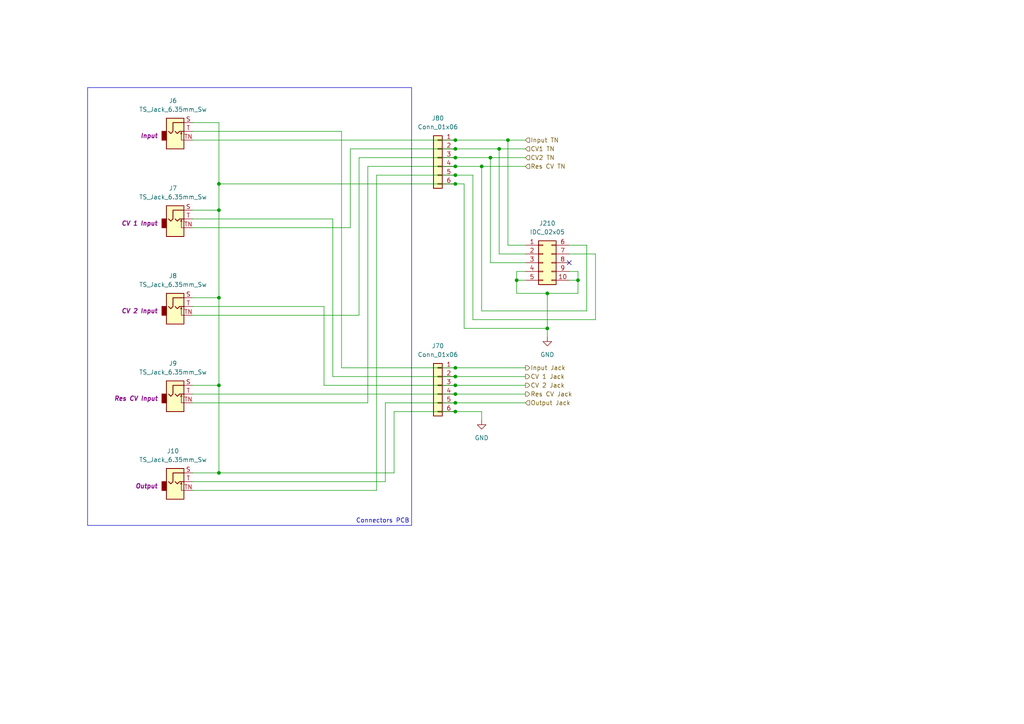
<source format=kicad_sch>
(kicad_sch (version 20231120) (generator "eeschema") (generator_version "8.0")
  (paper "A4")
  (title_block (company "DMH Instruments") (comment 1 "PCB for 10cm Kosmo format synthesizer module"))
  (lib_symbols
    (symbol "Connector_Generic:Conn_01x06" (pin_names (offset 1.016) hide)
      (property "Reference" "J" (at 0 7.62 0))
      (property "Value" "Conn_01x06" (at 0 -10.16 0))
      (symbol "Conn_01x06_1_1"
        (rectangle (start -1.27 -7.493) (end 0 -7.747) (stroke (width 0.1524)))
        (rectangle (start -1.27 -4.953) (end 0 -5.207) (stroke (width 0.1524)))
        (rectangle (start -1.27 -2.413) (end 0 -2.667) (stroke (width 0.1524)))
        (rectangle (start -1.27 0.127) (end 0 -0.127) (stroke (width 0.1524)))
        (rectangle (start -1.27 2.667) (end 0 2.413) (stroke (width 0.1524)))
        (rectangle (start -1.27 5.207) (end 0 4.953) (stroke (width 0.1524)))
        (rectangle (start -1.27 6.35) (end 1.27 -8.89) (stroke (width 0.254)) (fill (type background)))
        (pin passive line (at -5.08 5.08 0) (length 3.81) (name "Pin_1") (number "1"))
        (pin passive line (at -5.08 2.54 0) (length 3.81) (name "Pin_2") (number "2"))
        (pin passive line (at -5.08 0 0) (length 3.81) (name "Pin_3") (number "3"))
        (pin passive line (at -5.08 -2.54 0) (length 3.81) (name "Pin_4") (number "4"))
        (pin passive line (at -5.08 -5.08 0) (length 3.81) (name "Pin_5") (number "5"))
        (pin passive line (at -5.08 -7.62 0) (length 3.81) (name "Pin_6") (number "6"))
      )
    )
    (symbol "SynthStuff:BackBone_Connector_10Pin" (pin_names (offset 1.016) hide)
      (property "Reference" "J" (at 0 -10.922 0))
      (property "Value" "IDC_02x05" (at 0 -8.382 0))
      (symbol "BackBone_Connector_10Pin_1_1"
        (rectangle (start -2.54 -4.953) (end -1.27 -5.207) (stroke (width 0.1524)))
        (rectangle (start -2.54 -2.413) (end -1.27 -2.667) (stroke (width 0.1524)))
        (rectangle (start -2.54 0.127) (end -1.27 -0.127) (stroke (width 0.1524)))
        (rectangle (start -2.54 2.667) (end -1.27 2.413) (stroke (width 0.1524)))
        (rectangle (start -2.54 5.207) (end -1.27 4.953) (stroke (width 0.1524)))
        (rectangle (start -2.54 6.35) (end 2.54 -6.35) (stroke (width 0.254)) (fill (type background)))
        (rectangle (start 2.54 -4.953) (end 1.27 -5.207) (stroke (width 0.1524)))
        (rectangle (start 2.54 -2.413) (end 1.27 -2.667) (stroke (width 0.1524)))
        (rectangle (start 2.54 0.127) (end 1.27 -0.127) (stroke (width 0.1524)))
        (rectangle (start 2.54 2.667) (end 1.27 2.413) (stroke (width 0.1524)))
        (rectangle (start 2.54 5.207) (end 1.27 4.953) (stroke (width 0.1524)))
        (pin passive line (at -6.35 5.08 0) (length 3.81) (name "Pin_1") (number "1"))
        (pin passive line (at 6.35 -5.08 180) (length 3.81) (name "Pin_10") (number "10"))
        (pin passive line (at -6.35 2.54 0) (length 3.81) (name "Pin_2") (number "2"))
        (pin passive line (at -6.35 0 0) (length 3.81) (name "Pin_3") (number "3"))
        (pin passive line (at -6.35 -2.54 0) (length 3.81) (name "Pin_4") (number "4"))
        (pin passive line (at -6.35 -5.08 0) (length 3.81) (name "Pin_5") (number "5"))
        (pin passive line (at 6.35 5.08 180) (length 3.81) (name "Pin_6") (number "6"))
        (pin passive line (at 6.35 2.54 180) (length 3.81) (name "Pin_7") (number "7"))
        (pin passive line (at 6.35 0 180) (length 3.81) (name "Pin_8") (number "8"))
        (pin passive line (at 6.35 -2.54 180) (length 3.81) (name "Pin_9") (number "9"))
      )
    )
    (symbol "SynthStuff:TS_Jack_6.35mm_Sw"
      (property "Reference" "J" (at -0.635 8.89 0))
      (property "Value" "TS_Jack_6.35mm_Sw" (at -0.635 6.35 0))
      (symbol "TS_Jack_6.35mm_Sw_0_1"
        (rectangle (start -2.54 0) (end -3.81 -2.54) (stroke (width 0.254)) (fill (type outline)))
        (polyline (pts (xy 1.778 -0.254) (xy 2.032 -0.762)))
        (polyline (pts (xy 0 0) (xy 0.635 -0.635) (xy 1.27 0) (xy 2.54 0)) (stroke (width 0.254)))
        (polyline (pts (xy 2.54 -2.54) (xy 1.778 -2.54) (xy 1.778 -0.254) (xy 1.524 -0.762)))
        (polyline (pts (xy 2.54 2.54) (xy -0.635 2.54) (xy -0.635 0) (xy -1.27 -0.635) (xy -1.905 0)) (stroke (width 0.254)))
        (rectangle (start 2.54 3.81) (end -2.54 -5.08) (stroke (width 0.254)) (fill (type background)))
      )
      (symbol "TS_Jack_6.35mm_Sw_1_1"
        (pin passive line (at 5.08 2.54 180) (length 2.54) (name "~") (number "S"))
        (pin passive line (at 5.08 0 180) (length 2.54) (name "~") (number "T"))
        (pin passive line (at 5.08 -2.54 180) (length 2.54) (name "~") (number "TN"))
      )
    )
    (symbol "power:GND" (power) (pin_numbers hide) (pin_names (offset 0) hide)
      (property "Value" "GND" (at 0 -3.81 0))
      (symbol "GND_0_1"
        (polyline (pts (xy 0 0) (xy 0 -1.27) (xy 1.27 -1.27) (xy 0 -2.54) (xy -1.27 -1.27) (xy 0 -1.27)))
      )
      (symbol "GND_1_1"
        (pin power_in line (at 0 0 270) (length 0) (name "~") (number "1"))
      )
    )
  )
  (junction (at 132.08 43.18))
  (junction (at 132.08 48.26))
  (junction (at 142.24 45.72))
  (junction (at 144.78 43.18))
  (junction (at 132.08 106.68))
  (junction (at 132.08 114.3))
  (junction (at 132.08 119.38))
  (junction (at 63.5 86.36))
  (junction (at 63.5 53.34))
  (junction (at 132.08 53.34))
  (junction (at 149.86 81.28))
  (junction (at 158.75 95.25))
  (junction (at 132.08 111.76))
  (junction (at 147.32 40.64))
  (junction (at 132.08 50.8))
  (junction (at 132.08 40.64))
  (junction (at 63.5 111.76))
  (junction (at 132.08 45.72))
  (junction (at 158.75 85.09))
  (junction (at 132.08 116.84))
  (junction (at 132.08 109.22))
  (junction (at 139.7 48.26))
  (junction (at 167.64 81.28))
  (junction (at 63.5 60.96))
  (junction (at 63.5 137.16))
  (no_connect (at 165.1 76.2))
  (wire (pts (xy 142.24 45.72) (xy 132.08 45.72)))
  (wire (pts (xy 63.5 137.16) (xy 114.3 137.16)))
  (wire (pts (xy 132.08 53.34) (xy 134.62 53.34)))
  (wire (pts (xy 170.18 90.17) (xy 170.18 71.12)))
  (wire (pts (xy 63.5 60.96) (xy 63.5 86.36)))
  (wire (pts (xy 63.5 111.76) (xy 63.5 137.16)))
  (wire (pts (xy 55.88 137.16) (xy 63.5 137.16)))
  (wire (pts (xy 101.6 43.18) (xy 101.6 66.04)))
  (wire (pts (xy 99.06 38.1) (xy 99.06 106.68)))
  (wire (pts (xy 172.72 73.66) (xy 172.72 92.71)))
  (wire (pts (xy 149.86 85.09) (xy 158.75 85.09)))
  (wire (pts (xy 172.72 92.71) (xy 137.16 92.71)))
  (wire (pts (xy 55.88 88.9) (xy 93.98 88.9)))
  (wire (pts (xy 99.06 106.68) (xy 132.08 106.68)))
  (wire (pts (xy 93.98 111.76) (xy 132.08 111.76)))
  (wire (pts (xy 55.88 111.76) (xy 63.5 111.76)))
  (wire (pts (xy 101.6 43.18) (xy 132.08 43.18)))
  (wire (pts (xy 114.3 137.16) (xy 114.3 119.38)))
  (wire (pts (xy 55.88 91.44) (xy 104.14 91.44)))
  (wire (pts (xy 142.24 76.2) (xy 152.4 76.2)))
  (wire (pts (xy 158.75 85.09) (xy 167.64 85.09)))
  (wire (pts (xy 147.32 71.12) (xy 152.4 71.12)))
  (wire (pts (xy 55.88 86.36) (xy 63.5 86.36)))
  (wire (pts (xy 109.22 142.24) (xy 109.22 50.8)))
  (wire (pts (xy 167.64 78.74) (xy 165.1 78.74)))
  (wire (pts (xy 139.7 119.38) (xy 139.7 121.92)))
  (wire (pts (xy 63.5 86.36) (xy 63.5 111.76)))
  (wire (pts (xy 132.08 114.3) (xy 152.4 114.3)))
  (wire (pts (xy 139.7 90.17) (xy 170.18 90.17)))
  (wire (pts (xy 132.08 116.84) (xy 152.4 116.84)))
  (wire (pts (xy 139.7 90.17) (xy 139.7 48.26)))
  (wire (pts (xy 170.18 71.12) (xy 165.1 71.12)))
  (wire (pts (xy 132.08 111.76) (xy 152.4 111.76)))
  (wire (pts (xy 104.14 45.72) (xy 132.08 45.72)))
  (wire (pts (xy 167.64 81.28) (xy 167.64 78.74)))
  (wire (pts (xy 106.68 116.84) (xy 106.68 48.26)))
  (wire (pts (xy 96.52 109.22) (xy 132.08 109.22)))
  (wire (pts (xy 142.24 45.72) (xy 152.4 45.72)))
  (wire (pts (xy 139.7 48.26) (xy 152.4 48.26)))
  (wire (pts (xy 55.88 40.64) (xy 132.08 40.64)))
  (wire (pts (xy 132.08 119.38) (xy 139.7 119.38)))
  (wire (pts (xy 144.78 43.18) (xy 132.08 43.18)))
  (wire (pts (xy 165.1 81.28) (xy 167.64 81.28)))
  (wire (pts (xy 55.88 114.3) (xy 132.08 114.3)))
  (wire (pts (xy 134.62 95.25) (xy 158.75 95.25)))
  (wire (pts (xy 96.52 63.5) (xy 96.52 109.22)))
  (wire (pts (xy 144.78 73.66) (xy 152.4 73.66)))
  (wire (pts (xy 167.64 85.09) (xy 167.64 81.28)))
  (wire (pts (xy 111.76 139.7) (xy 111.76 116.84)))
  (wire (pts (xy 147.32 40.64) (xy 132.08 40.64)))
  (wire (pts (xy 147.32 40.64) (xy 152.4 40.64)))
  (wire (pts (xy 142.24 76.2) (xy 142.24 45.72)))
  (wire (pts (xy 111.76 116.84) (xy 132.08 116.84)))
  (wire (pts (xy 55.88 139.7) (xy 111.76 139.7)))
  (wire (pts (xy 63.5 53.34) (xy 132.08 53.34)))
  (wire (pts (xy 158.75 85.09) (xy 158.75 95.25)))
  (wire (pts (xy 149.86 85.09) (xy 149.86 81.28)))
  (wire (pts (xy 63.5 35.56) (xy 63.5 53.34)))
  (wire (pts (xy 132.08 106.68) (xy 152.4 106.68)))
  (wire (pts (xy 55.88 60.96) (xy 63.5 60.96)))
  (wire (pts (xy 137.16 92.71) (xy 137.16 50.8)))
  (wire (pts (xy 137.16 50.8) (xy 132.08 50.8)))
  (wire (pts (xy 152.4 78.74) (xy 149.86 78.74)))
  (wire (pts (xy 149.86 78.74) (xy 149.86 81.28)))
  (wire (pts (xy 158.75 95.25) (xy 158.75 97.79)))
  (wire (pts (xy 144.78 43.18) (xy 152.4 43.18)))
  (wire (pts (xy 165.1 73.66) (xy 172.72 73.66)))
  (wire (pts (xy 55.88 116.84) (xy 106.68 116.84)))
  (wire (pts (xy 55.88 38.1) (xy 99.06 38.1)))
  (wire (pts (xy 114.3 119.38) (xy 132.08 119.38)))
  (wire (pts (xy 106.68 48.26) (xy 132.08 48.26)))
  (wire (pts (xy 104.14 91.44) (xy 104.14 45.72)))
  (wire (pts (xy 109.22 50.8) (xy 132.08 50.8)))
  (wire (pts (xy 149.86 81.28) (xy 152.4 81.28)))
  (wire (pts (xy 93.98 88.9) (xy 93.98 111.76)))
  (wire (pts (xy 55.88 63.5) (xy 96.52 63.5)))
  (wire (pts (xy 134.62 53.34) (xy 134.62 95.25)))
  (wire (pts (xy 55.88 142.24) (xy 109.22 142.24)))
  (wire (pts (xy 132.08 109.22) (xy 152.4 109.22)))
  (wire (pts (xy 147.32 71.12) (xy 147.32 40.64)))
  (wire (pts (xy 63.5 53.34) (xy 63.5 60.96)))
  (wire (pts (xy 132.08 48.26) (xy 139.7 48.26)))
  (wire (pts (xy 55.88 66.04) (xy 101.6 66.04)))
  (wire (pts (xy 144.78 73.66) (xy 144.78 43.18)))
  (wire (pts (xy 55.88 35.56) (xy 63.5 35.56)))
  (rectangle (start 25.4 25.4) (end 119.38 152.4))
  (text "Connectors PCB" (at 110.998 151.13 0) (effects (font (size 1.27 1.27))))
  (hierarchical_label "Input TN" (shape input) (at 152.4 40.64 0))
  (hierarchical_label "CV1 TN" (shape input) (at 152.4 43.18 0))
  (hierarchical_label "CV2 TN" (shape input) (at 152.4 45.72 0))
  (hierarchical_label "CV 2 Jack" (shape output) (at 152.4 111.76 0))
  (hierarchical_label "CV 1 Jack" (shape output) (at 152.4 109.22 0))
  (hierarchical_label "Output Jack" (shape input) (at 152.4 116.84 0))
  (hierarchical_label "Res CV Jack" (shape output) (at 152.4 114.3 0))
  (hierarchical_label "Res CV TN" (shape input) (at 152.4 48.26 0))
  (hierarchical_label "Input Jack" (shape output) (at 152.4 106.68 0))
  (symbol (lib_id "power:GND") (at 158.75 97.79 0) (unit 1)
    (property "Reference" "#PWR07" (effects (hide yes)))
    (property "Value" "GND" (at 158.75 102.87 0))
    (property "Description" "Power symbol creates a global label with name \"GND\" , ground" (effects (hide yes)))
  )
  (symbol (lib_id "SynthStuff:TS_Jack_6.35mm_Sw") (at 50.8 88.9 0) (unit 1) (on_board no)
    (property "Reference" "J8" (at 50.165 80.01 0))
    (property "Value" "TS_Jack_6.35mm_Sw" (at 50.165 82.55 0))
    (property "Footprint" "SynthStuff:CUI_MJ-63052A" (effects (hide yes)))
    (property "Description" "Audio Jack, 2 Poles (Mono / TS), Switched T Pole (Normalling), 6.35mm, 1/4inch" (effects (hide yes)))
    (property "Function" "CV 2 Input" (at 40.386 90.17 0) (effects (font (thickness 0.254) (bold yes) (italic yes))))
  )
  (symbol (lib_id "Connector_Generic:Conn_01x06") (at 127 111.76 0) (mirror y) (unit 1)
    (property "Reference" "J70" (at 127 100.33 0))
    (property "Value" "Conn_01x06" (at 127 102.87 0))
    (property "Footprint" "Connector_PinSocket_2.54mm:PinSocket_1x06_P2.54mm_Vertical" (effects (hide yes)))
    (property "Description" "Generic connector, single row, 01x06, script generated (kicad-library-utils/schlib/autogen/connector/)" (effects (hide yes)))
  )
  (symbol (lib_id "SynthStuff:TS_Jack_6.35mm_Sw") (at 50.8 139.7 0) (unit 1) (on_board no)
    (property "Reference" "J10" (at 50.165 130.81 0))
    (property "Value" "TS_Jack_6.35mm_Sw" (at 50.165 133.35 0))
    (property "Footprint" "SynthStuff:CUI_MJ-63052A" (effects (hide yes)))
    (property "Description" "Audio Jack, 2 Poles (Mono / TS), Switched T Pole (Normalling), 6.35mm, 1/4inch" (effects (hide yes)))
    (property "Function" "Output" (at 42.418 140.97 0) (effects (font (thickness 0.254) (bold yes) (italic yes))))
  )
  (symbol (lib_id "SynthStuff:TS_Jack_6.35mm_Sw") (at 50.8 63.5 0) (unit 1) (on_board no)
    (property "Reference" "J7" (at 50.165 54.61 0))
    (property "Value" "TS_Jack_6.35mm_Sw" (at 50.165 57.15 0))
    (property "Footprint" "SynthStuff:CUI_MJ-63052A" (effects (hide yes)))
    (property "Description" "Audio Jack, 2 Poles (Mono / TS), Switched T Pole (Normalling), 6.35mm, 1/4inch" (effects (hide yes)))
    (property "Function" "CV 1 Input" (at 40.386 64.77 0) (effects (font (thickness 0.254) (bold yes) (italic yes))))
  )
  (symbol (lib_id "SynthStuff:TS_Jack_6.35mm_Sw") (at 50.8 38.1 0) (unit 1) (on_board no)
    (property "Reference" "J6" (at 50.165 29.21 0))
    (property "Value" "TS_Jack_6.35mm_Sw" (at 50.165 31.75 0))
    (property "Footprint" "SynthStuff:CUI_MJ-63052A" (effects (hide yes)))
    (property "Description" "Audio Jack, 2 Poles (Mono / TS), Switched T Pole (Normalling), 6.35mm, 1/4inch" (effects (hide yes)))
    (property "Function" "Input" (at 43.18 39.37 0) (effects (font (thickness 0.254) (bold yes) (italic yes))))
  )
  (symbol (lib_id "Connector_Generic:Conn_01x06") (at 127 45.72 0) (mirror y) (unit 1)
    (property "Reference" "J80" (at 127 34.29 0))
    (property "Value" "Conn_01x06" (at 127 36.83 0))
    (property "Footprint" "Connector_PinSocket_2.54mm:PinSocket_1x06_P2.54mm_Vertical" (effects (hide yes)))
    (property "Description" "Generic connector, single row, 01x06, script generated (kicad-library-utils/schlib/autogen/connector/)" (effects (hide yes)))
  )
  (symbol (lib_id "power:GND") (at 139.7 121.92 0) (unit 1)
    (property "Reference" "#PWR03" (effects (hide yes)))
    (property "Value" "GND" (at 139.7 127 0))
    (property "Description" "Power symbol creates a global label with name \"GND\" , ground" (effects (hide yes)))
  )
  (symbol (lib_id "SynthStuff:BackBone_Connector_10Pin") (at 158.75 76.2 0) (unit 1)
    (property "Reference" "J210" (at 158.75 64.77 0))
    (property "Value" "IDC_02x05" (at 158.75 67.31 0))
    (property "Footprint" "SynthStuff:IDC-Header_2x05_P2.54mm_Vertical_BackBone" (effects (hide yes)))
    (property "Description" "IDC jack, 2x5 pins, row a carries same signals as row b." (effects (hide yes)))
  )
  (symbol (lib_id "SynthStuff:TS_Jack_6.35mm_Sw") (at 50.8 114.3 0) (unit 1) (on_board no)
    (property "Reference" "J9" (at 50.165 105.41 0))
    (property "Value" "TS_Jack_6.35mm_Sw" (at 50.165 107.95 0))
    (property "Footprint" "SynthStuff:CUI_MJ-63052A" (effects (hide yes)))
    (property "Description" "Audio Jack, 2 Poles (Mono / TS), Switched T Pole (Normalling), 6.35mm, 1/4inch" (effects (hide yes)))
    (property "Function" "Res CV Input" (at 39.37 115.57 0) (effects (font (thickness 0.254) (bold yes) (italic yes))))
  )
)
</source>
